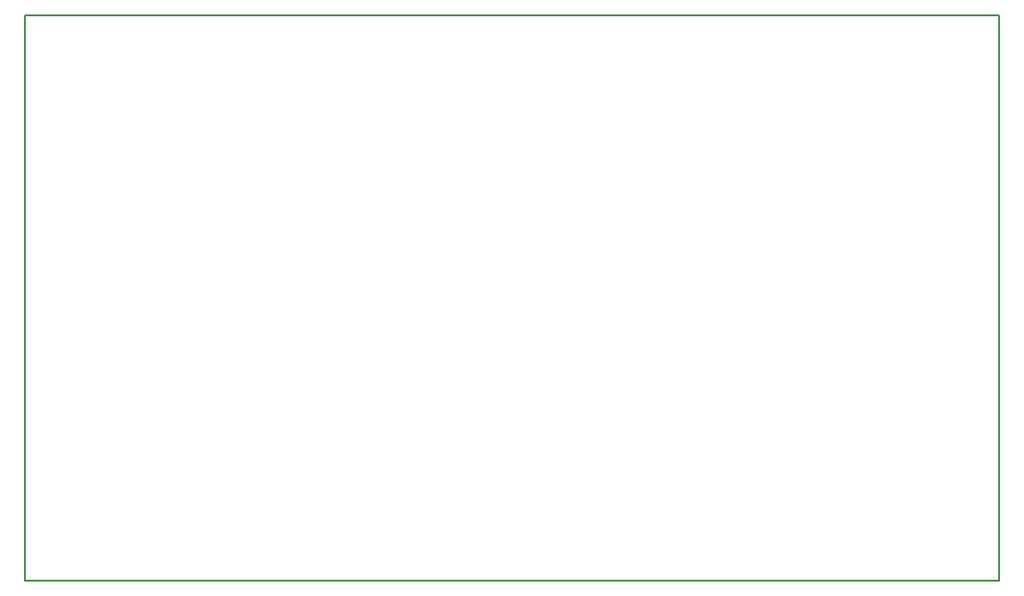
<source format=gko>
G04 DipTrace 3.3.1.3*
G04 Teensy4.0TouchDisplayLoRaV0.2.gko*
%MOIN*%
G04 #@! TF.FileFunction,Profile*
G04 #@! TF.Part,Single*
%ADD11C,0.005512*%
%FSLAX26Y26*%
G04*
G70*
G90*
G75*
G01*
G04 BoardOutline*
%LPD*%
X393700Y393700D2*
D11*
X3779527D1*
Y2362204D1*
X393700D1*
Y393700D1*
M02*

</source>
